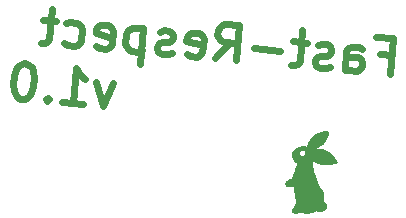
<source format=gbo>
G04 #@! TF.GenerationSoftware,KiCad,Pcbnew,7.0.9-7.0.9~ubuntu22.04.1*
G04 #@! TF.CreationDate,2023-12-15T18:46:41+09:00*
G04 #@! TF.ProjectId,fast_respect,66617374-5f72-4657-9370-6563742e6b69,rev?*
G04 #@! TF.SameCoordinates,Original*
G04 #@! TF.FileFunction,Legend,Bot*
G04 #@! TF.FilePolarity,Positive*
%FSLAX46Y46*%
G04 Gerber Fmt 4.6, Leading zero omitted, Abs format (unit mm)*
G04 Created by KiCad (PCBNEW 7.0.9-7.0.9~ubuntu22.04.1) date 2023-12-15 18:46:41*
%MOMM*%
%LPD*%
G01*
G04 APERTURE LIST*
%ADD10C,0.600000*%
%ADD11C,0.010000*%
G04 APERTURE END LIST*
D10*
X154402537Y-95987237D02*
X155398732Y-96074393D01*
X155261773Y-97639842D02*
X155523240Y-94651257D01*
X155523240Y-94651257D02*
X154100105Y-94526749D01*
X151419307Y-97303669D02*
X151556266Y-95738221D01*
X151556266Y-95738221D02*
X151723481Y-95466044D01*
X151723481Y-95466044D02*
X152020559Y-95348632D01*
X152020559Y-95348632D02*
X152589813Y-95398436D01*
X152589813Y-95398436D02*
X152861989Y-95565651D01*
X151431758Y-97161356D02*
X151703934Y-97328571D01*
X151703934Y-97328571D02*
X152415502Y-97390825D01*
X152415502Y-97390825D02*
X152712580Y-97273413D01*
X152712580Y-97273413D02*
X152879795Y-97001237D01*
X152879795Y-97001237D02*
X152904696Y-96716610D01*
X152904696Y-96716610D02*
X152787284Y-96419532D01*
X152787284Y-96419532D02*
X152515108Y-96252317D01*
X152515108Y-96252317D02*
X151803541Y-96190063D01*
X151803541Y-96190063D02*
X151531364Y-96022848D01*
X150150936Y-97049298D02*
X149853858Y-97166710D01*
X149853858Y-97166710D02*
X149284604Y-97116907D01*
X149284604Y-97116907D02*
X149012428Y-96949692D01*
X149012428Y-96949692D02*
X148895016Y-96652614D01*
X148895016Y-96652614D02*
X148907466Y-96510300D01*
X148907466Y-96510300D02*
X149074682Y-96238124D01*
X149074682Y-96238124D02*
X149371760Y-96120712D01*
X149371760Y-96120712D02*
X149798700Y-96158065D01*
X149798700Y-96158065D02*
X150095778Y-96040653D01*
X150095778Y-96040653D02*
X150262993Y-95768477D01*
X150262993Y-95768477D02*
X150275444Y-95626163D01*
X150275444Y-95626163D02*
X150158032Y-95329085D01*
X150158032Y-95329085D02*
X149885856Y-95161870D01*
X149885856Y-95161870D02*
X149458915Y-95124518D01*
X149458915Y-95124518D02*
X149161837Y-95241930D01*
X148178094Y-95012460D02*
X147039586Y-94912854D01*
X147838309Y-93978913D02*
X147614194Y-96540557D01*
X147614194Y-96540557D02*
X147446979Y-96812733D01*
X147446979Y-96812733D02*
X147149901Y-96930145D01*
X147149901Y-96930145D02*
X146865274Y-96905243D01*
X145968686Y-95679579D02*
X143691669Y-95480366D01*
X140461165Y-96344956D02*
X141581868Y-95008977D01*
X142168927Y-96494366D02*
X142430394Y-93505782D01*
X142430394Y-93505782D02*
X141291886Y-93406175D01*
X141291886Y-93406175D02*
X140994808Y-93523587D01*
X140994808Y-93523587D02*
X140840044Y-93653450D01*
X140840044Y-93653450D02*
X140672829Y-93925626D01*
X140672829Y-93925626D02*
X140635476Y-94352567D01*
X140635476Y-94352567D02*
X140752888Y-94649645D01*
X140752888Y-94649645D02*
X140882751Y-94804409D01*
X140882751Y-94804409D02*
X141154927Y-94971624D01*
X141154927Y-94971624D02*
X142293435Y-95071231D01*
X138054286Y-95990979D02*
X138326462Y-96158194D01*
X138326462Y-96158194D02*
X138895716Y-96207997D01*
X138895716Y-96207997D02*
X139192794Y-96090585D01*
X139192794Y-96090585D02*
X139360009Y-95818409D01*
X139360009Y-95818409D02*
X139459616Y-94679901D01*
X139459616Y-94679901D02*
X139342204Y-94382823D01*
X139342204Y-94382823D02*
X139070028Y-94215608D01*
X139070028Y-94215608D02*
X138500773Y-94165804D01*
X138500773Y-94165804D02*
X138203696Y-94283216D01*
X138203696Y-94283216D02*
X138036480Y-94555393D01*
X138036480Y-94555393D02*
X138011579Y-94840020D01*
X138011579Y-94840020D02*
X139409812Y-95249155D01*
X136773464Y-95878921D02*
X136476386Y-95996333D01*
X136476386Y-95996333D02*
X135907132Y-95946530D01*
X135907132Y-95946530D02*
X135634955Y-95779315D01*
X135634955Y-95779315D02*
X135517543Y-95482237D01*
X135517543Y-95482237D02*
X135529994Y-95339923D01*
X135529994Y-95339923D02*
X135697209Y-95067747D01*
X135697209Y-95067747D02*
X135994287Y-94950335D01*
X135994287Y-94950335D02*
X136421228Y-94987688D01*
X136421228Y-94987688D02*
X136718306Y-94870276D01*
X136718306Y-94870276D02*
X136885521Y-94598100D01*
X136885521Y-94598100D02*
X136897972Y-94455786D01*
X136897972Y-94455786D02*
X136780560Y-94158708D01*
X136780560Y-94158708D02*
X136508384Y-93991493D01*
X136508384Y-93991493D02*
X136081443Y-93954140D01*
X136081443Y-93954140D02*
X135784365Y-94071552D01*
X134373681Y-93804731D02*
X134112214Y-96793315D01*
X134361230Y-93947044D02*
X134089054Y-93779829D01*
X134089054Y-93779829D02*
X133519800Y-93730026D01*
X133519800Y-93730026D02*
X133222722Y-93847438D01*
X133222722Y-93847438D02*
X133067958Y-93977300D01*
X133067958Y-93977300D02*
X132900743Y-94249477D01*
X132900743Y-94249477D02*
X132826038Y-95103358D01*
X132826038Y-95103358D02*
X132943450Y-95400436D01*
X132943450Y-95400436D02*
X133073312Y-95555200D01*
X133073312Y-95555200D02*
X133345488Y-95722415D01*
X133345488Y-95722415D02*
X133914743Y-95772218D01*
X133914743Y-95772218D02*
X134211820Y-95654807D01*
X130369355Y-95318634D02*
X130641531Y-95485850D01*
X130641531Y-95485850D02*
X131210785Y-95535653D01*
X131210785Y-95535653D02*
X131507863Y-95418241D01*
X131507863Y-95418241D02*
X131675078Y-95146065D01*
X131675078Y-95146065D02*
X131774685Y-94007556D01*
X131774685Y-94007556D02*
X131657273Y-93710479D01*
X131657273Y-93710479D02*
X131385097Y-93543263D01*
X131385097Y-93543263D02*
X130815843Y-93493460D01*
X130815843Y-93493460D02*
X130518765Y-93610872D01*
X130518765Y-93610872D02*
X130351550Y-93883048D01*
X130351550Y-93883048D02*
X130326648Y-94167675D01*
X130326648Y-94167675D02*
X131724882Y-94576811D01*
X127665397Y-95082069D02*
X127937574Y-95249284D01*
X127937574Y-95249284D02*
X128506828Y-95299087D01*
X128506828Y-95299087D02*
X128803906Y-95181675D01*
X128803906Y-95181675D02*
X128958670Y-95051813D01*
X128958670Y-95051813D02*
X129125885Y-94779636D01*
X129125885Y-94779636D02*
X129200590Y-93925755D01*
X129200590Y-93925755D02*
X129083178Y-93628677D01*
X129083178Y-93628677D02*
X128953316Y-93473913D01*
X128953316Y-93473913D02*
X128681139Y-93306698D01*
X128681139Y-93306698D02*
X128111885Y-93256895D01*
X128111885Y-93256895D02*
X127814807Y-93374306D01*
X126973376Y-93157288D02*
X125834868Y-93057681D01*
X126633592Y-92123741D02*
X126409477Y-94685384D01*
X126409477Y-94685384D02*
X126242262Y-94957560D01*
X126242262Y-94957560D02*
X125945184Y-95074972D01*
X125945184Y-95074972D02*
X125660557Y-95050071D01*
X131818015Y-98429588D02*
X130932135Y-100359724D01*
X130932135Y-100359724D02*
X130394879Y-98305080D01*
X127516611Y-100060904D02*
X129224373Y-100210314D01*
X128370492Y-100135609D02*
X128631959Y-97147025D01*
X128631959Y-97147025D02*
X128879234Y-97598867D01*
X128879234Y-97598867D02*
X129138960Y-97908396D01*
X129138960Y-97908396D02*
X129411136Y-98075611D01*
X126260691Y-99664219D02*
X126105926Y-99794082D01*
X126105926Y-99794082D02*
X126235789Y-99948846D01*
X126235789Y-99948846D02*
X126390554Y-99818984D01*
X126390554Y-99818984D02*
X126260691Y-99664219D01*
X126260691Y-99664219D02*
X126235789Y-99948846D01*
X124504867Y-96785951D02*
X124220240Y-96761049D01*
X124220240Y-96761049D02*
X123923163Y-96878461D01*
X123923163Y-96878461D02*
X123768398Y-97008324D01*
X123768398Y-97008324D02*
X123601183Y-97280500D01*
X123601183Y-97280500D02*
X123409066Y-97837303D01*
X123409066Y-97837303D02*
X123346812Y-98548871D01*
X123346812Y-98548871D02*
X123439322Y-99130576D01*
X123439322Y-99130576D02*
X123556734Y-99427654D01*
X123556734Y-99427654D02*
X123686597Y-99582418D01*
X123686597Y-99582418D02*
X123958773Y-99749633D01*
X123958773Y-99749633D02*
X124243400Y-99774535D01*
X124243400Y-99774535D02*
X124540478Y-99657123D01*
X124540478Y-99657123D02*
X124695242Y-99527260D01*
X124695242Y-99527260D02*
X124862458Y-99255084D01*
X124862458Y-99255084D02*
X125054574Y-98698281D01*
X125054574Y-98698281D02*
X125116829Y-97986713D01*
X125116829Y-97986713D02*
X125024318Y-97405008D01*
X125024318Y-97405008D02*
X124906906Y-97107930D01*
X124906906Y-97107930D02*
X124777044Y-96953166D01*
X124777044Y-96953166D02*
X124504867Y-96785951D01*
D11*
X150178467Y-104383466D02*
X150193865Y-104396553D01*
X150307732Y-104503937D01*
X150423071Y-104628827D01*
X150530730Y-104760153D01*
X150621558Y-104886846D01*
X150686401Y-104997836D01*
X150744823Y-105116889D01*
X150695852Y-105156543D01*
X150661266Y-105177299D01*
X150572651Y-105208053D01*
X150448105Y-105234705D01*
X150292660Y-105256601D01*
X150111348Y-105273087D01*
X149909199Y-105283508D01*
X149691246Y-105287210D01*
X149634424Y-105287106D01*
X149513100Y-105284806D01*
X149412793Y-105277499D01*
X149323495Y-105262572D01*
X149235196Y-105237413D01*
X149137890Y-105199407D01*
X149021569Y-105145942D01*
X148876224Y-105074404D01*
X148824909Y-105049188D01*
X148747188Y-105012644D01*
X148689256Y-104987518D01*
X148660877Y-104978173D01*
X148657558Y-104979481D01*
X148646888Y-105009459D01*
X148640637Y-105072484D01*
X148638664Y-105159815D01*
X148640824Y-105262716D01*
X148646976Y-105372447D01*
X148656976Y-105480270D01*
X148670681Y-105577447D01*
X148687973Y-105668528D01*
X148718370Y-105801804D01*
X148757751Y-105947556D01*
X148808185Y-106112830D01*
X148871742Y-106304672D01*
X148950492Y-106530130D01*
X148986000Y-106629393D01*
X149038502Y-106772126D01*
X149083583Y-106886190D01*
X149125412Y-106979954D01*
X149168156Y-107061787D01*
X149215985Y-107140058D01*
X149273065Y-107223136D01*
X149343565Y-107319391D01*
X149396812Y-107394178D01*
X149460983Y-107492762D01*
X149513343Y-107582559D01*
X149546024Y-107650695D01*
X149569065Y-107721969D01*
X149599783Y-107897440D01*
X149603504Y-108091624D01*
X149579621Y-108292938D01*
X149562024Y-108385890D01*
X149550718Y-108452309D01*
X149548468Y-108490268D01*
X149556194Y-108507636D01*
X149574818Y-108512286D01*
X149605260Y-108512087D01*
X149637526Y-108514694D01*
X149717288Y-108548501D01*
X149778307Y-108617614D01*
X149817315Y-108717247D01*
X149831044Y-108842618D01*
X149830865Y-108862324D01*
X149823839Y-108928939D01*
X149800314Y-108981520D01*
X149751764Y-109041452D01*
X149727044Y-109067277D01*
X149596125Y-109165616D01*
X149438235Y-109229592D01*
X149254742Y-109258608D01*
X149203237Y-109261077D01*
X149121678Y-109260642D01*
X149066306Y-109251476D01*
X149025287Y-109232217D01*
X148996012Y-109214733D01*
X148960373Y-109208113D01*
X148919595Y-109228563D01*
X148903235Y-109238596D01*
X148803106Y-109284193D01*
X148662318Y-109329426D01*
X148483740Y-109373341D01*
X148282401Y-109406059D01*
X148053431Y-109412262D01*
X147845339Y-109381471D01*
X147823009Y-109375950D01*
X147760963Y-109362686D01*
X147705992Y-109356839D01*
X147645459Y-109358520D01*
X147566729Y-109367843D01*
X147457167Y-109384920D01*
X147378064Y-109397037D01*
X147254589Y-109410617D01*
X147161431Y-109410540D01*
X147090555Y-109395649D01*
X147033928Y-109364790D01*
X146983514Y-109316808D01*
X146963943Y-109293160D01*
X146929288Y-109242305D01*
X146915566Y-109207497D01*
X146917697Y-109199368D01*
X146941505Y-109159730D01*
X146986121Y-109101204D01*
X147044530Y-109033269D01*
X147094000Y-108975974D01*
X147160686Y-108882215D01*
X147206552Y-108786065D01*
X147234861Y-108677249D01*
X147248877Y-108545494D01*
X147251863Y-108380527D01*
X147248946Y-108272607D01*
X147230435Y-108065311D01*
X147192838Y-107842724D01*
X147168202Y-107714127D01*
X147152830Y-107612273D01*
X147145609Y-107522262D01*
X147145294Y-107428543D01*
X147150640Y-107315567D01*
X147165478Y-107071250D01*
X147112305Y-107087684D01*
X147056422Y-107109302D01*
X146992870Y-107139886D01*
X146951736Y-107156206D01*
X146867443Y-107170435D01*
X146747657Y-107174159D01*
X146682415Y-107172207D01*
X146566178Y-107157049D01*
X146482831Y-107124294D01*
X146425926Y-107070684D01*
X146389014Y-106992962D01*
X146387195Y-106987235D01*
X146371774Y-106924873D01*
X146375547Y-106877041D01*
X146400058Y-106819481D01*
X146416218Y-106790402D01*
X146443361Y-106755659D01*
X146482522Y-106723053D01*
X146540886Y-106687794D01*
X146625640Y-106645089D01*
X146743968Y-106590148D01*
X146777306Y-106574270D01*
X146853119Y-106529892D01*
X146915525Y-106476288D01*
X146969146Y-106406685D01*
X147018608Y-106314311D01*
X147068534Y-106192390D01*
X147123550Y-106034151D01*
X147164087Y-105913617D01*
X147235381Y-105711916D01*
X147301108Y-105539486D01*
X147359512Y-105400842D01*
X147408837Y-105300505D01*
X147427606Y-105264290D01*
X147440803Y-105222560D01*
X147428959Y-105204752D01*
X147427253Y-105204093D01*
X147393756Y-105184669D01*
X147337386Y-105146877D01*
X147269360Y-105098205D01*
X147240159Y-105075954D01*
X147102195Y-104944693D01*
X147000310Y-104798735D01*
X146937201Y-104642781D01*
X146915566Y-104481532D01*
X146931092Y-104390652D01*
X146940402Y-104371780D01*
X147542215Y-104371780D01*
X147568183Y-104470469D01*
X147633312Y-104558446D01*
X147689803Y-104594544D01*
X147795841Y-104619483D01*
X147829825Y-104622293D01*
X147887218Y-104620117D01*
X147932372Y-104600019D01*
X147986478Y-104554813D01*
X148028268Y-104512359D01*
X148063344Y-104454281D01*
X148078518Y-104381067D01*
X148074056Y-104290531D01*
X148037312Y-104201403D01*
X147974391Y-104134050D01*
X147893494Y-104092439D01*
X147802826Y-104080537D01*
X147710586Y-104102309D01*
X147624978Y-104161724D01*
X147608545Y-104179485D01*
X147555604Y-104271684D01*
X147542215Y-104371780D01*
X146940402Y-104371780D01*
X146979866Y-104291781D01*
X147064239Y-104182163D01*
X147186561Y-104058125D01*
X147197108Y-104048393D01*
X147373056Y-103913252D01*
X147560548Y-103817342D01*
X147754870Y-103763108D01*
X147810552Y-103754713D01*
X147882752Y-103750247D01*
X147947267Y-103759291D01*
X148026117Y-103783503D01*
X148086031Y-103801813D01*
X148149047Y-103815114D01*
X148186008Y-103815382D01*
X148194351Y-103809804D01*
X148220149Y-103770979D01*
X148241786Y-103711424D01*
X148248804Y-103684436D01*
X148278284Y-103581405D01*
X148308355Y-103501003D01*
X148346248Y-103426159D01*
X148399196Y-103339799D01*
X148448477Y-103265857D01*
X148599219Y-103072597D01*
X148763901Y-102911750D01*
X148949774Y-102777810D01*
X149164085Y-102665267D01*
X149414084Y-102568614D01*
X149463005Y-102552991D01*
X149621757Y-102513516D01*
X149757839Y-102497533D01*
X149827951Y-102496835D01*
X149881697Y-102502331D01*
X149916311Y-102518125D01*
X149945299Y-102547842D01*
X149967814Y-102581410D01*
X149980003Y-102630448D01*
X149974366Y-102701492D01*
X149965031Y-102752394D01*
X149917407Y-102915509D01*
X149844783Y-103089263D01*
X149753859Y-103260550D01*
X149651336Y-103416268D01*
X149543913Y-103543312D01*
X149533809Y-103553347D01*
X149475601Y-103605633D01*
X149407685Y-103656249D01*
X149322396Y-103710100D01*
X149212070Y-103772088D01*
X149069044Y-103847117D01*
X149045613Y-103859157D01*
X148927182Y-103920274D01*
X148844068Y-103964197D01*
X148792810Y-103993385D01*
X148769947Y-104010297D01*
X148772020Y-104017393D01*
X148795568Y-104017134D01*
X148837131Y-104011979D01*
X148865296Y-104008482D01*
X148999656Y-103999015D01*
X149149110Y-103997578D01*
X149298946Y-104003662D01*
X149434446Y-104016756D01*
X149540895Y-104036352D01*
X149667432Y-104078137D01*
X149842025Y-104158938D01*
X150016929Y-104263197D01*
X150175245Y-104381067D01*
X150178467Y-104383466D01*
G36*
X150178467Y-104383466D02*
G01*
X150193865Y-104396553D01*
X150307732Y-104503937D01*
X150423071Y-104628827D01*
X150530730Y-104760153D01*
X150621558Y-104886846D01*
X150686401Y-104997836D01*
X150744823Y-105116889D01*
X150695852Y-105156543D01*
X150661266Y-105177299D01*
X150572651Y-105208053D01*
X150448105Y-105234705D01*
X150292660Y-105256601D01*
X150111348Y-105273087D01*
X149909199Y-105283508D01*
X149691246Y-105287210D01*
X149634424Y-105287106D01*
X149513100Y-105284806D01*
X149412793Y-105277499D01*
X149323495Y-105262572D01*
X149235196Y-105237413D01*
X149137890Y-105199407D01*
X149021569Y-105145942D01*
X148876224Y-105074404D01*
X148824909Y-105049188D01*
X148747188Y-105012644D01*
X148689256Y-104987518D01*
X148660877Y-104978173D01*
X148657558Y-104979481D01*
X148646888Y-105009459D01*
X148640637Y-105072484D01*
X148638664Y-105159815D01*
X148640824Y-105262716D01*
X148646976Y-105372447D01*
X148656976Y-105480270D01*
X148670681Y-105577447D01*
X148687973Y-105668528D01*
X148718370Y-105801804D01*
X148757751Y-105947556D01*
X148808185Y-106112830D01*
X148871742Y-106304672D01*
X148950492Y-106530130D01*
X148986000Y-106629393D01*
X149038502Y-106772126D01*
X149083583Y-106886190D01*
X149125412Y-106979954D01*
X149168156Y-107061787D01*
X149215985Y-107140058D01*
X149273065Y-107223136D01*
X149343565Y-107319391D01*
X149396812Y-107394178D01*
X149460983Y-107492762D01*
X149513343Y-107582559D01*
X149546024Y-107650695D01*
X149569065Y-107721969D01*
X149599783Y-107897440D01*
X149603504Y-108091624D01*
X149579621Y-108292938D01*
X149562024Y-108385890D01*
X149550718Y-108452309D01*
X149548468Y-108490268D01*
X149556194Y-108507636D01*
X149574818Y-108512286D01*
X149605260Y-108512087D01*
X149637526Y-108514694D01*
X149717288Y-108548501D01*
X149778307Y-108617614D01*
X149817315Y-108717247D01*
X149831044Y-108842618D01*
X149830865Y-108862324D01*
X149823839Y-108928939D01*
X149800314Y-108981520D01*
X149751764Y-109041452D01*
X149727044Y-109067277D01*
X149596125Y-109165616D01*
X149438235Y-109229592D01*
X149254742Y-109258608D01*
X149203237Y-109261077D01*
X149121678Y-109260642D01*
X149066306Y-109251476D01*
X149025287Y-109232217D01*
X148996012Y-109214733D01*
X148960373Y-109208113D01*
X148919595Y-109228563D01*
X148903235Y-109238596D01*
X148803106Y-109284193D01*
X148662318Y-109329426D01*
X148483740Y-109373341D01*
X148282401Y-109406059D01*
X148053431Y-109412262D01*
X147845339Y-109381471D01*
X147823009Y-109375950D01*
X147760963Y-109362686D01*
X147705992Y-109356839D01*
X147645459Y-109358520D01*
X147566729Y-109367843D01*
X147457167Y-109384920D01*
X147378064Y-109397037D01*
X147254589Y-109410617D01*
X147161431Y-109410540D01*
X147090555Y-109395649D01*
X147033928Y-109364790D01*
X146983514Y-109316808D01*
X146963943Y-109293160D01*
X146929288Y-109242305D01*
X146915566Y-109207497D01*
X146917697Y-109199368D01*
X146941505Y-109159730D01*
X146986121Y-109101204D01*
X147044530Y-109033269D01*
X147094000Y-108975974D01*
X147160686Y-108882215D01*
X147206552Y-108786065D01*
X147234861Y-108677249D01*
X147248877Y-108545494D01*
X147251863Y-108380527D01*
X147248946Y-108272607D01*
X147230435Y-108065311D01*
X147192838Y-107842724D01*
X147168202Y-107714127D01*
X147152830Y-107612273D01*
X147145609Y-107522262D01*
X147145294Y-107428543D01*
X147150640Y-107315567D01*
X147165478Y-107071250D01*
X147112305Y-107087684D01*
X147056422Y-107109302D01*
X146992870Y-107139886D01*
X146951736Y-107156206D01*
X146867443Y-107170435D01*
X146747657Y-107174159D01*
X146682415Y-107172207D01*
X146566178Y-107157049D01*
X146482831Y-107124294D01*
X146425926Y-107070684D01*
X146389014Y-106992962D01*
X146387195Y-106987235D01*
X146371774Y-106924873D01*
X146375547Y-106877041D01*
X146400058Y-106819481D01*
X146416218Y-106790402D01*
X146443361Y-106755659D01*
X146482522Y-106723053D01*
X146540886Y-106687794D01*
X146625640Y-106645089D01*
X146743968Y-106590148D01*
X146777306Y-106574270D01*
X146853119Y-106529892D01*
X146915525Y-106476288D01*
X146969146Y-106406685D01*
X147018608Y-106314311D01*
X147068534Y-106192390D01*
X147123550Y-106034151D01*
X147164087Y-105913617D01*
X147235381Y-105711916D01*
X147301108Y-105539486D01*
X147359512Y-105400842D01*
X147408837Y-105300505D01*
X147427606Y-105264290D01*
X147440803Y-105222560D01*
X147428959Y-105204752D01*
X147427253Y-105204093D01*
X147393756Y-105184669D01*
X147337386Y-105146877D01*
X147269360Y-105098205D01*
X147240159Y-105075954D01*
X147102195Y-104944693D01*
X147000310Y-104798735D01*
X146937201Y-104642781D01*
X146915566Y-104481532D01*
X146931092Y-104390652D01*
X146940402Y-104371780D01*
X147542215Y-104371780D01*
X147568183Y-104470469D01*
X147633312Y-104558446D01*
X147689803Y-104594544D01*
X147795841Y-104619483D01*
X147829825Y-104622293D01*
X147887218Y-104620117D01*
X147932372Y-104600019D01*
X147986478Y-104554813D01*
X148028268Y-104512359D01*
X148063344Y-104454281D01*
X148078518Y-104381067D01*
X148074056Y-104290531D01*
X148037312Y-104201403D01*
X147974391Y-104134050D01*
X147893494Y-104092439D01*
X147802826Y-104080537D01*
X147710586Y-104102309D01*
X147624978Y-104161724D01*
X147608545Y-104179485D01*
X147555604Y-104271684D01*
X147542215Y-104371780D01*
X146940402Y-104371780D01*
X146979866Y-104291781D01*
X147064239Y-104182163D01*
X147186561Y-104058125D01*
X147197108Y-104048393D01*
X147373056Y-103913252D01*
X147560548Y-103817342D01*
X147754870Y-103763108D01*
X147810552Y-103754713D01*
X147882752Y-103750247D01*
X147947267Y-103759291D01*
X148026117Y-103783503D01*
X148086031Y-103801813D01*
X148149047Y-103815114D01*
X148186008Y-103815382D01*
X148194351Y-103809804D01*
X148220149Y-103770979D01*
X148241786Y-103711424D01*
X148248804Y-103684436D01*
X148278284Y-103581405D01*
X148308355Y-103501003D01*
X148346248Y-103426159D01*
X148399196Y-103339799D01*
X148448477Y-103265857D01*
X148599219Y-103072597D01*
X148763901Y-102911750D01*
X148949774Y-102777810D01*
X149164085Y-102665267D01*
X149414084Y-102568614D01*
X149463005Y-102552991D01*
X149621757Y-102513516D01*
X149757839Y-102497533D01*
X149827951Y-102496835D01*
X149881697Y-102502331D01*
X149916311Y-102518125D01*
X149945299Y-102547842D01*
X149967814Y-102581410D01*
X149980003Y-102630448D01*
X149974366Y-102701492D01*
X149965031Y-102752394D01*
X149917407Y-102915509D01*
X149844783Y-103089263D01*
X149753859Y-103260550D01*
X149651336Y-103416268D01*
X149543913Y-103543312D01*
X149533809Y-103553347D01*
X149475601Y-103605633D01*
X149407685Y-103656249D01*
X149322396Y-103710100D01*
X149212070Y-103772088D01*
X149069044Y-103847117D01*
X149045613Y-103859157D01*
X148927182Y-103920274D01*
X148844068Y-103964197D01*
X148792810Y-103993385D01*
X148769947Y-104010297D01*
X148772020Y-104017393D01*
X148795568Y-104017134D01*
X148837131Y-104011979D01*
X148865296Y-104008482D01*
X148999656Y-103999015D01*
X149149110Y-103997578D01*
X149298946Y-104003662D01*
X149434446Y-104016756D01*
X149540895Y-104036352D01*
X149667432Y-104078137D01*
X149842025Y-104158938D01*
X150016929Y-104263197D01*
X150175245Y-104381067D01*
X150178467Y-104383466D01*
G37*
M02*

</source>
